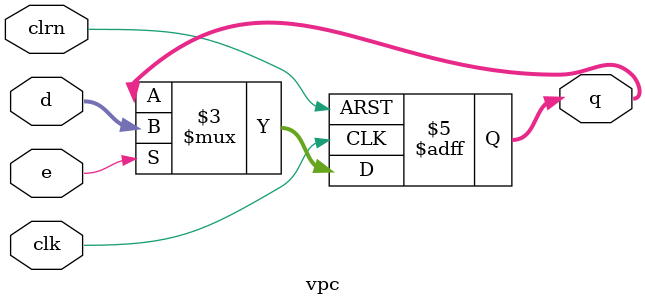
<source format=v>
`timescale 1ns / 1ps
module vpc (d,clk,clrn,e,q); // virtual program counter
input [31:0] d; // input d
input e; // e: enable
input clk, clrn; // clock and reset
output reg [31:0] q; // output q
always @(negedge clrn or posedge clk)
if (!clrn) // if reset
q <= 32'h8000_0000; // kseg0 starting address
else if (e) q <= d; // save d if enabled
endmodule


</source>
